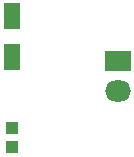
<source format=gts>
G04*
G04 #@! TF.GenerationSoftware,Altium Limited,Altium Designer,24.9.1 (31)*
G04*
G04 Layer_Color=8388736*
%FSLAX44Y44*%
%MOMM*%
G71*
G04*
G04 #@! TF.SameCoordinates,A047F96F-CBB5-4FC4-9413-2E79A8D59A8A*
G04*
G04*
G04 #@! TF.FilePolarity,Negative*
G04*
G01*
G75*
%ADD15R,1.0032X1.0032*%
%ADD16R,1.4532X2.2032*%
%ADD17O,2.2032X1.8032*%
%ADD18R,2.2032X1.8032*%
D15*
X55000Y36750D02*
D03*
Y53250D02*
D03*
D16*
Y147780D02*
D03*
Y113490D02*
D03*
D17*
X145000Y84600D02*
D03*
D18*
Y110000D02*
D03*
M02*

</source>
